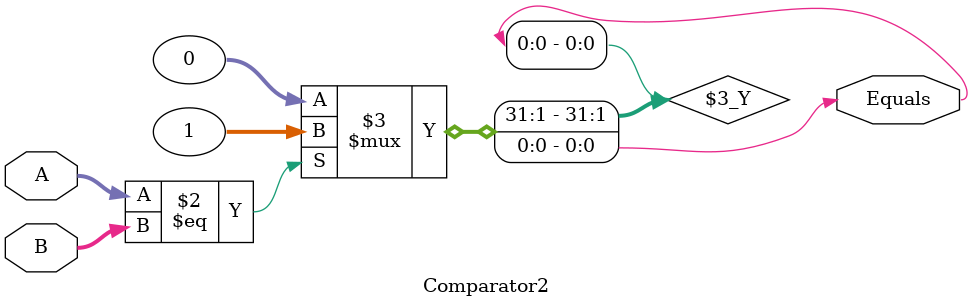
<source format=v>
  	                                            		
module Comparator2(
   input[1:0] A, B,
   output reg Equals);
                   	          	
// student code here
	
	always @(A, B)
	Equals = (A == B) ? 1 : 0;

endmodule // Comparator2 




    
</source>
